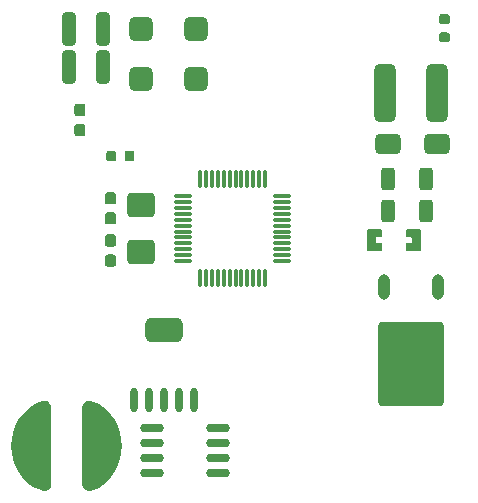
<source format=gtp>
G04 Layer_Color=8421504*
%FSLAX24Y24*%
%MOIN*%
G70*
G01*
G75*
G04:AMPARAMS|DCode=12|XSize=82.7mil|YSize=78.7mil|CornerRadius=19.7mil|HoleSize=0mil|Usage=FLASHONLY|Rotation=270.000|XOffset=0mil|YOffset=0mil|HoleType=Round|Shape=RoundedRectangle|*
%AMROUNDEDRECTD12*
21,1,0.0827,0.0394,0,0,270.0*
21,1,0.0433,0.0787,0,0,270.0*
1,1,0.0394,-0.0197,-0.0217*
1,1,0.0394,-0.0197,0.0217*
1,1,0.0394,0.0197,0.0217*
1,1,0.0394,0.0197,-0.0217*
%
%ADD12ROUNDEDRECTD12*%
%ADD14O,0.0800X0.0295*%
%ADD15O,0.0256X0.0807*%
G04:AMPARAMS|DCode=16|XSize=126mil|YSize=80.7mil|CornerRadius=20.2mil|HoleSize=0mil|Usage=FLASHONLY|Rotation=180.000|XOffset=0mil|YOffset=0mil|HoleType=Round|Shape=RoundedRectangle|*
%AMROUNDEDRECTD16*
21,1,0.1260,0.0404,0,0,180.0*
21,1,0.0856,0.0807,0,0,180.0*
1,1,0.0404,-0.0428,0.0202*
1,1,0.0404,0.0428,0.0202*
1,1,0.0404,0.0428,-0.0202*
1,1,0.0404,-0.0428,-0.0202*
%
%ADD16ROUNDEDRECTD16*%
%ADD17O,0.0118X0.0630*%
%ADD18O,0.0630X0.0118*%
G04:AMPARAMS|DCode=19|XSize=110.2mil|YSize=47.2mil|CornerRadius=11.8mil|HoleSize=0mil|Usage=FLASHONLY|Rotation=90.000|XOffset=0mil|YOffset=0mil|HoleType=Round|Shape=RoundedRectangle|*
%AMROUNDEDRECTD19*
21,1,0.1102,0.0236,0,0,90.0*
21,1,0.0866,0.0472,0,0,90.0*
1,1,0.0236,0.0118,0.0433*
1,1,0.0236,0.0118,-0.0433*
1,1,0.0236,-0.0118,-0.0433*
1,1,0.0236,-0.0118,0.0433*
%
%ADD19ROUNDEDRECTD19*%
G04:AMPARAMS|DCode=20|XSize=194.9mil|YSize=70.9mil|CornerRadius=17.7mil|HoleSize=0mil|Usage=FLASHONLY|Rotation=90.000|XOffset=0mil|YOffset=0mil|HoleType=Round|Shape=RoundedRectangle|*
%AMROUNDEDRECTD20*
21,1,0.1949,0.0354,0,0,90.0*
21,1,0.1594,0.0709,0,0,90.0*
1,1,0.0354,0.0177,0.0797*
1,1,0.0354,0.0177,-0.0797*
1,1,0.0354,-0.0177,-0.0797*
1,1,0.0354,-0.0177,0.0797*
%
%ADD20ROUNDEDRECTD20*%
G04:AMPARAMS|DCode=22|XSize=90.6mil|YSize=82.7mil|CornerRadius=12.4mil|HoleSize=0mil|Usage=FLASHONLY|Rotation=0.000|XOffset=0mil|YOffset=0mil|HoleType=Round|Shape=RoundedRectangle|*
%AMROUNDEDRECTD22*
21,1,0.0906,0.0579,0,0,0.0*
21,1,0.0657,0.0827,0,0,0.0*
1,1,0.0248,0.0329,-0.0289*
1,1,0.0248,-0.0329,-0.0289*
1,1,0.0248,-0.0329,0.0289*
1,1,0.0248,0.0329,0.0289*
%
%ADD22ROUNDEDRECTD22*%
G04:AMPARAMS|DCode=25|XSize=47.2mil|YSize=74.8mil|CornerRadius=11.8mil|HoleSize=0mil|Usage=FLASHONLY|Rotation=180.000|XOffset=0mil|YOffset=0mil|HoleType=Round|Shape=RoundedRectangle|*
%AMROUNDEDRECTD25*
21,1,0.0472,0.0512,0,0,180.0*
21,1,0.0236,0.0748,0,0,180.0*
1,1,0.0236,-0.0118,0.0256*
1,1,0.0236,0.0118,0.0256*
1,1,0.0236,0.0118,-0.0256*
1,1,0.0236,-0.0118,-0.0256*
%
%ADD25ROUNDEDRECTD25*%
G04:AMPARAMS|DCode=26|XSize=86.6mil|YSize=68.9mil|CornerRadius=17.2mil|HoleSize=0mil|Usage=FLASHONLY|Rotation=180.000|XOffset=0mil|YOffset=0mil|HoleType=Round|Shape=RoundedRectangle|*
%AMROUNDEDRECTD26*
21,1,0.0866,0.0344,0,0,180.0*
21,1,0.0522,0.0689,0,0,180.0*
1,1,0.0344,-0.0261,0.0172*
1,1,0.0344,0.0261,0.0172*
1,1,0.0344,0.0261,-0.0172*
1,1,0.0344,-0.0261,-0.0172*
%
%ADD26ROUNDEDRECTD26*%
%ADD28O,0.0394X0.0846*%
G04:AMPARAMS|DCode=29|XSize=279.5mil|YSize=218.5mil|CornerRadius=10.9mil|HoleSize=0mil|Usage=FLASHONLY|Rotation=270.000|XOffset=0mil|YOffset=0mil|HoleType=Round|Shape=RoundedRectangle|*
%AMROUNDEDRECTD29*
21,1,0.2795,0.1967,0,0,270.0*
21,1,0.2577,0.2185,0,0,270.0*
1,1,0.0219,-0.0983,-0.1288*
1,1,0.0219,-0.0983,0.1288*
1,1,0.0219,0.0983,0.1288*
1,1,0.0219,0.0983,-0.1288*
%
%ADD29ROUNDEDRECTD29*%
G36*
X46114Y34151D02*
X46122Y34130D01*
Y33468D01*
X46114Y33448D01*
X46093Y33439D01*
X45640D01*
X45619Y33448D01*
X45611Y33468D01*
Y33671D01*
X45619Y33692D01*
X45640Y33701D01*
X45778D01*
X45799Y33709D01*
X45807Y33730D01*
Y33868D01*
X45799Y33889D01*
X45778Y33898D01*
X45640D01*
X45619Y33906D01*
X45611Y33927D01*
Y34130D01*
X45619Y34151D01*
X45640Y34159D01*
X46093D01*
X46114Y34151D01*
D02*
G37*
G36*
X35893Y33990D02*
X35923Y33970D01*
X35942Y33940D01*
X35949Y33905D01*
Y33675D01*
X35942Y33640D01*
X35923Y33610D01*
X35893Y33590D01*
X35858Y33583D01*
X35678D01*
X35643Y33590D01*
X35613Y33610D01*
X35593Y33640D01*
X35586Y33675D01*
Y33905D01*
X35593Y33940D01*
X35613Y33970D01*
X35643Y33990D01*
X35678Y33996D01*
X35858D01*
X35893Y33990D01*
D02*
G37*
G36*
Y34727D02*
X35923Y34707D01*
X35942Y34677D01*
X35949Y34642D01*
Y34412D01*
X35942Y34377D01*
X35923Y34347D01*
X35893Y34327D01*
X35858Y34320D01*
X35678D01*
X35643Y34327D01*
X35613Y34347D01*
X35593Y34377D01*
X35586Y34412D01*
Y34642D01*
X35593Y34677D01*
X35613Y34707D01*
X35643Y34727D01*
X35678Y34734D01*
X35858D01*
X35893Y34727D01*
D02*
G37*
G36*
X44814Y34151D02*
X44822Y34130D01*
Y33927D01*
X44814Y33906D01*
X44793Y33898D01*
X44655D01*
X44634Y33889D01*
X44626Y33868D01*
Y33730D01*
X44634Y33709D01*
X44655Y33701D01*
X44793D01*
X44814Y33692D01*
X44822Y33671D01*
Y33468D01*
X44814Y33448D01*
X44793Y33439D01*
X44340D01*
X44319Y33448D01*
X44311Y33468D01*
Y34130D01*
X44319Y34151D01*
X44340Y34159D01*
X44793D01*
X44814Y34151D01*
D02*
G37*
G36*
X35097Y28431D02*
X35227Y28391D01*
X35377Y28330D01*
X35517Y28247D01*
X35642Y28143D01*
X35647Y28139D01*
X35796Y27973D01*
X35921Y27789D01*
X36022Y27590D01*
X36094Y27380D01*
X36139Y27161D01*
X36153Y26939D01*
X36139Y26717D01*
X36094Y26498D01*
X36022Y26288D01*
X35921Y26089D01*
X35796Y25905D01*
X35647Y25739D01*
X35644Y25737D01*
X35518Y25632D01*
X35376Y25547D01*
X35224Y25486D01*
X35089Y25444D01*
X35016Y25436D01*
X34945Y25454D01*
X34886Y25498D01*
X34847Y25560D01*
X34833Y25632D01*
Y28238D01*
X34848Y28312D01*
X34888Y28376D01*
X34949Y28421D01*
X35022Y28440D01*
X35097Y28431D01*
D02*
G37*
G36*
X33677Y28424D02*
X33736Y28380D01*
X33775Y28318D01*
X33789Y28246D01*
Y25640D01*
X33774Y25566D01*
X33734Y25502D01*
X33673Y25457D01*
X33600Y25438D01*
X33525Y25447D01*
X33396Y25487D01*
X33245Y25548D01*
X33105Y25631D01*
X32980Y25735D01*
X32975Y25739D01*
X32826Y25905D01*
X32701Y26089D01*
X32601Y26288D01*
X32528Y26498D01*
X32483Y26717D01*
X32469Y26939D01*
X32483Y27161D01*
X32528Y27380D01*
X32601Y27590D01*
X32701Y27789D01*
X32826Y27973D01*
X32975Y28139D01*
X32978Y28141D01*
X33104Y28246D01*
X33246Y28331D01*
X33399Y28392D01*
X33533Y28434D01*
X33606Y28442D01*
X33677Y28424D01*
D02*
G37*
G36*
X35893Y33319D02*
X35923Y33300D01*
X35942Y33270D01*
X35949Y33235D01*
Y33005D01*
X35942Y32970D01*
X35923Y32940D01*
X35893Y32920D01*
X35858Y32913D01*
X35678D01*
X35643Y32920D01*
X35613Y32940D01*
X35593Y32970D01*
X35586Y33005D01*
Y33235D01*
X35593Y33270D01*
X35613Y33300D01*
X35643Y33319D01*
X35678Y33326D01*
X35858D01*
X35893Y33319D01*
D02*
G37*
G36*
X34879Y38340D02*
X34909Y38320D01*
X34929Y38290D01*
X34936Y38255D01*
Y38025D01*
X34929Y37990D01*
X34909Y37960D01*
X34879Y37940D01*
X34844Y37933D01*
X34664D01*
X34629Y37940D01*
X34599Y37960D01*
X34579Y37990D01*
X34572Y38025D01*
Y38255D01*
X34579Y38290D01*
X34599Y38320D01*
X34629Y38340D01*
X34664Y38347D01*
X34844D01*
X34879Y38340D01*
D02*
G37*
G36*
X47031Y40717D02*
X47057Y40699D01*
X47075Y40672D01*
X47081Y40641D01*
Y40481D01*
X47075Y40450D01*
X47057Y40423D01*
X47031Y40406D01*
X47000Y40400D01*
X46800D01*
X46768Y40406D01*
X46742Y40423D01*
X46724Y40450D01*
X46718Y40481D01*
Y40641D01*
X46724Y40672D01*
X46742Y40699D01*
X46768Y40717D01*
X46800Y40723D01*
X47000D01*
X47031Y40717D01*
D02*
G37*
G36*
Y41326D02*
X47057Y41309D01*
X47075Y41282D01*
X47081Y41251D01*
Y41091D01*
X47075Y41060D01*
X47057Y41033D01*
X47031Y41016D01*
X47000Y41010D01*
X46800D01*
X46768Y41016D01*
X46742Y41033D01*
X46724Y41060D01*
X46718Y41091D01*
Y41251D01*
X46724Y41282D01*
X46742Y41309D01*
X46768Y41326D01*
X46800Y41333D01*
X47000D01*
X47031Y41326D01*
D02*
G37*
G36*
X34879Y37670D02*
X34909Y37650D01*
X34929Y37620D01*
X34936Y37585D01*
Y37355D01*
X34929Y37320D01*
X34909Y37290D01*
X34879Y37270D01*
X34844Y37263D01*
X34664D01*
X34629Y37270D01*
X34599Y37290D01*
X34579Y37320D01*
X34572Y37355D01*
Y37585D01*
X34579Y37620D01*
X34599Y37650D01*
X34629Y37670D01*
X34664Y37677D01*
X34844D01*
X34879Y37670D01*
D02*
G37*
G36*
X35893Y35397D02*
X35923Y35377D01*
X35942Y35347D01*
X35949Y35312D01*
Y35082D01*
X35942Y35047D01*
X35923Y35017D01*
X35893Y34997D01*
X35858Y34990D01*
X35678D01*
X35643Y34997D01*
X35613Y35017D01*
X35593Y35047D01*
X35586Y35082D01*
Y35312D01*
X35593Y35347D01*
X35613Y35377D01*
X35643Y35397D01*
X35678Y35404D01*
X35858D01*
X35893Y35397D01*
D02*
G37*
G36*
X35909Y36780D02*
X35935Y36762D01*
X35953Y36736D01*
X35959Y36704D01*
Y36504D01*
X35953Y36473D01*
X35935Y36447D01*
X35909Y36429D01*
X35877Y36423D01*
X35717D01*
X35686Y36429D01*
X35660Y36447D01*
X35642Y36473D01*
X35636Y36504D01*
Y36704D01*
X35642Y36736D01*
X35660Y36762D01*
X35686Y36780D01*
X35717Y36786D01*
X35877D01*
X35909Y36780D01*
D02*
G37*
G36*
X36519D02*
X36545Y36762D01*
X36563Y36736D01*
X36569Y36704D01*
Y36504D01*
X36563Y36473D01*
X36545Y36447D01*
X36519Y36429D01*
X36487Y36423D01*
X36327D01*
X36296Y36429D01*
X36270Y36447D01*
X36252Y36473D01*
X36246Y36504D01*
Y36704D01*
X36252Y36736D01*
X36270Y36762D01*
X36296Y36780D01*
X36327Y36786D01*
X36487D01*
X36519Y36780D01*
D02*
G37*
D12*
X38612Y39163D02*
D03*
X36801D02*
D03*
X38612Y40837D02*
D03*
X36801D02*
D03*
D14*
X37156Y27549D02*
D03*
Y27049D02*
D03*
X39356D02*
D03*
Y27549D02*
D03*
X37156Y26049D02*
D03*
X39356D02*
D03*
X37156Y26549D02*
D03*
X39356D02*
D03*
D15*
X38049Y28455D02*
D03*
X38549D02*
D03*
X36549D02*
D03*
X37049D02*
D03*
X37549D02*
D03*
D16*
Y30817D02*
D03*
D17*
X38760Y32530D02*
D03*
X38957D02*
D03*
X39154D02*
D03*
X39350D02*
D03*
X39547D02*
D03*
X39744D02*
D03*
X39941D02*
D03*
X40138D02*
D03*
X40335D02*
D03*
X40532D02*
D03*
Y35837D02*
D03*
X40335D02*
D03*
X40138D02*
D03*
X39941D02*
D03*
X39744D02*
D03*
X39547D02*
D03*
X39350D02*
D03*
X39154D02*
D03*
X38957D02*
D03*
X38760D02*
D03*
X40728Y32530D02*
D03*
X40925D02*
D03*
Y35837D02*
D03*
X40728D02*
D03*
D18*
X41496Y33100D02*
D03*
Y33297D02*
D03*
Y33494D02*
D03*
Y33691D02*
D03*
Y33888D02*
D03*
Y34478D02*
D03*
Y34675D02*
D03*
Y34872D02*
D03*
Y35069D02*
D03*
Y35266D02*
D03*
Y34085D02*
D03*
Y34281D02*
D03*
X38189Y33888D02*
D03*
Y33691D02*
D03*
Y33494D02*
D03*
Y33297D02*
D03*
Y33100D02*
D03*
Y35266D02*
D03*
Y35069D02*
D03*
Y34872D02*
D03*
Y34675D02*
D03*
Y34478D02*
D03*
Y34281D02*
D03*
Y34085D02*
D03*
D19*
X35522Y39577D02*
D03*
X34380D02*
D03*
X35531Y40837D02*
D03*
X34390D02*
D03*
D20*
X44921Y38711D02*
D03*
X46654D02*
D03*
D22*
X36781Y34970D02*
D03*
Y33396D02*
D03*
D25*
X45039Y35846D02*
D03*
X46299D02*
D03*
X46290Y34764D02*
D03*
X45030D02*
D03*
D26*
X45039Y37018D02*
D03*
X46654D02*
D03*
D28*
X44880Y32244D02*
D03*
X46675D02*
D03*
D29*
X45778Y29685D02*
D03*
M02*

</source>
